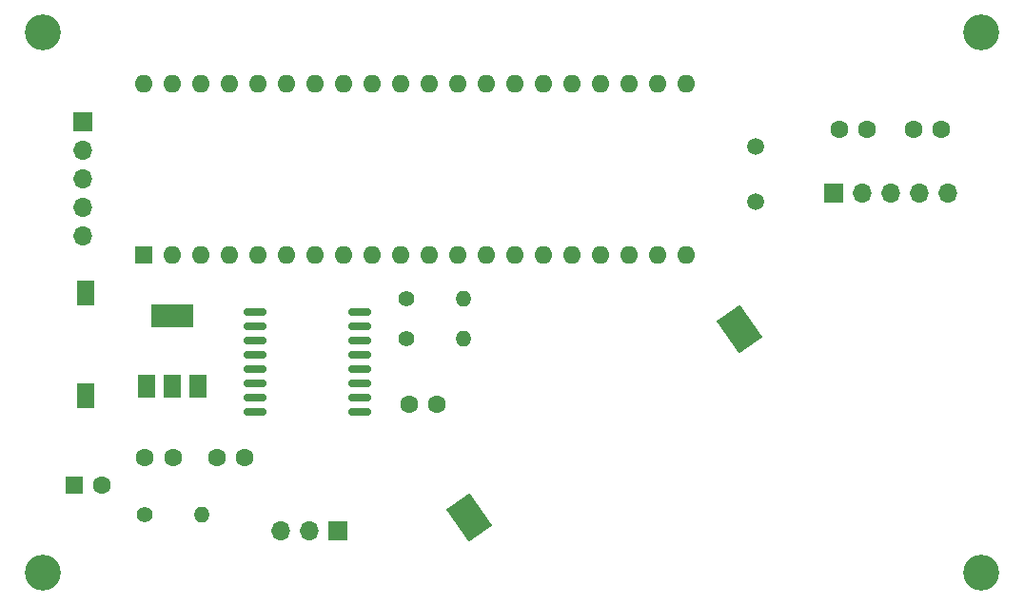
<source format=gbr>
%TF.GenerationSoftware,KiCad,Pcbnew,7.0.0*%
%TF.CreationDate,2023-07-26T19:01:22+08:00*%
%TF.ProjectId,Controller,436f6e74-726f-46c6-9c65-722e6b696361,rev?*%
%TF.SameCoordinates,Original*%
%TF.FileFunction,Soldermask,Top*%
%TF.FilePolarity,Negative*%
%FSLAX46Y46*%
G04 Gerber Fmt 4.6, Leading zero omitted, Abs format (unit mm)*
G04 Created by KiCad (PCBNEW 7.0.0) date 2023-07-26 19:01:22*
%MOMM*%
%LPD*%
G01*
G04 APERTURE LIST*
G04 Aperture macros list*
%AMRoundRect*
0 Rectangle with rounded corners*
0 $1 Rounding radius*
0 $2 $3 $4 $5 $6 $7 $8 $9 X,Y pos of 4 corners*
0 Add a 4 corners polygon primitive as box body*
4,1,4,$2,$3,$4,$5,$6,$7,$8,$9,$2,$3,0*
0 Add four circle primitives for the rounded corners*
1,1,$1+$1,$2,$3*
1,1,$1+$1,$4,$5*
1,1,$1+$1,$6,$7*
1,1,$1+$1,$8,$9*
0 Add four rect primitives between the rounded corners*
20,1,$1+$1,$2,$3,$4,$5,0*
20,1,$1+$1,$4,$5,$6,$7,0*
20,1,$1+$1,$6,$7,$8,$9,0*
20,1,$1+$1,$8,$9,$2,$3,0*%
%AMRotRect*
0 Rectangle, with rotation*
0 The origin of the aperture is its center*
0 $1 length*
0 $2 width*
0 $3 Rotation angle, in degrees counterclockwise*
0 Add horizontal line*
21,1,$1,$2,0,0,$3*%
G04 Aperture macros list end*
%ADD10R,1.700000X1.700000*%
%ADD11O,1.700000X1.700000*%
%ADD12C,1.400000*%
%ADD13O,1.400000X1.400000*%
%ADD14C,1.600000*%
%ADD15R,1.600000X1.600000*%
%ADD16C,3.200000*%
%ADD17C,1.500000*%
%ADD18RotRect,2.540000X3.510000X35.000000*%
%ADD19R,1.500000X2.000000*%
%ADD20R,3.800000X2.000000*%
%ADD21RoundRect,0.150000X-0.875000X-0.150000X0.875000X-0.150000X0.875000X0.150000X-0.875000X0.150000X0*%
%ADD22O,1.600000X1.600000*%
%ADD23R,1.600000X2.180000*%
G04 APERTURE END LIST*
D10*
%TO.C,U2*%
X155919999Y-139609999D03*
D11*
X158459999Y-139609999D03*
X160999999Y-139609999D03*
X163539999Y-139609999D03*
X166079999Y-139609999D03*
%TD*%
D12*
%TO.C,R1*%
X117920000Y-152610000D03*
D13*
X122999999Y-152609999D03*
%TD*%
D14*
%TO.C,C6*%
X162990000Y-133910000D03*
X165490000Y-133910000D03*
%TD*%
D15*
%TO.C,C3*%
X88304999Y-165607999D03*
D14*
X90805000Y-165608000D03*
%TD*%
D16*
%TO.C,H1*%
X85500000Y-125300000D03*
%TD*%
D17*
%TO.C,Y1*%
X148940000Y-140360000D03*
X148940000Y-135460000D03*
%TD*%
D10*
%TO.C,J1*%
X89059999Y-133249999D03*
D11*
X89059999Y-135789999D03*
X89059999Y-138329999D03*
X89059999Y-140869999D03*
X89059999Y-143409999D03*
%TD*%
D18*
%TO.C,BT1*%
X123434847Y-168530101D03*
X147485151Y-151689897D03*
%TD*%
D16*
%TO.C,H3*%
X85500000Y-173400000D03*
%TD*%
D14*
%TO.C,C1*%
X94635000Y-163195000D03*
X97135000Y-163195000D03*
%TD*%
D19*
%TO.C,U1*%
X94727999Y-156819999D03*
X97027999Y-156819999D03*
D20*
X97027999Y-150519999D03*
D19*
X99327999Y-156819999D03*
%TD*%
D10*
%TO.C,U3*%
X111759999Y-169671999D03*
D11*
X109219999Y-169671999D03*
X106679999Y-169671999D03*
%TD*%
D16*
%TO.C,H4*%
X169060000Y-173400000D03*
%TD*%
D12*
%TO.C,R3*%
X94615000Y-168275000D03*
D13*
X99694999Y-168274999D03*
%TD*%
D21*
%TO.C,U5*%
X104410000Y-150165000D03*
X104410000Y-151435000D03*
X104410000Y-152705000D03*
X104410000Y-153975000D03*
X104410000Y-155245000D03*
X104410000Y-156515000D03*
X104410000Y-157785000D03*
X104410000Y-159055000D03*
X113710000Y-159055000D03*
X113710000Y-157785000D03*
X113710000Y-156515000D03*
X113710000Y-155245000D03*
X113710000Y-153975000D03*
X113710000Y-152705000D03*
X113710000Y-151435000D03*
X113710000Y-150165000D03*
%TD*%
D14*
%TO.C,C4*%
X156390000Y-133910000D03*
X158890000Y-133910000D03*
%TD*%
D16*
%TO.C,H2*%
X169040000Y-125300000D03*
%TD*%
D12*
%TO.C,R2*%
X117920000Y-149010000D03*
D13*
X122999999Y-149009999D03*
%TD*%
D15*
%TO.C,U4*%
X94479999Y-145149999D03*
D22*
X97019999Y-145149999D03*
X99559999Y-145149999D03*
X102099999Y-145149999D03*
X104639999Y-145149999D03*
X107179999Y-145149999D03*
X109719999Y-145149999D03*
X112259999Y-145149999D03*
X114799999Y-145149999D03*
X117339999Y-145149999D03*
X119879999Y-145149999D03*
X122419999Y-145149999D03*
X124959999Y-145149999D03*
X127499999Y-145149999D03*
X130039999Y-145149999D03*
X132579999Y-145149999D03*
X135119999Y-145149999D03*
X137659999Y-145149999D03*
X140199999Y-145149999D03*
X142739999Y-145149999D03*
X142739999Y-129909999D03*
X140199999Y-129909999D03*
X137659999Y-129909999D03*
X135119999Y-129909999D03*
X132579999Y-129909999D03*
X130039999Y-129909999D03*
X127499999Y-129909999D03*
X124959999Y-129909999D03*
X122419999Y-129909999D03*
X119879999Y-129909999D03*
X117339999Y-129909999D03*
X114799999Y-129909999D03*
X112259999Y-129909999D03*
X109719999Y-129909999D03*
X107179999Y-129909999D03*
X104639999Y-129909999D03*
X102099999Y-129909999D03*
X99559999Y-129909999D03*
X97019999Y-129909999D03*
X94479999Y-129909999D03*
%TD*%
D14*
%TO.C,C2*%
X101005000Y-163195000D03*
X103505000Y-163195000D03*
%TD*%
%TO.C,C5*%
X118110000Y-158410000D03*
X120610000Y-158410000D03*
%TD*%
D23*
%TO.C,SW1*%
X89359999Y-157689999D03*
X89359999Y-148509999D03*
%TD*%
M02*

</source>
